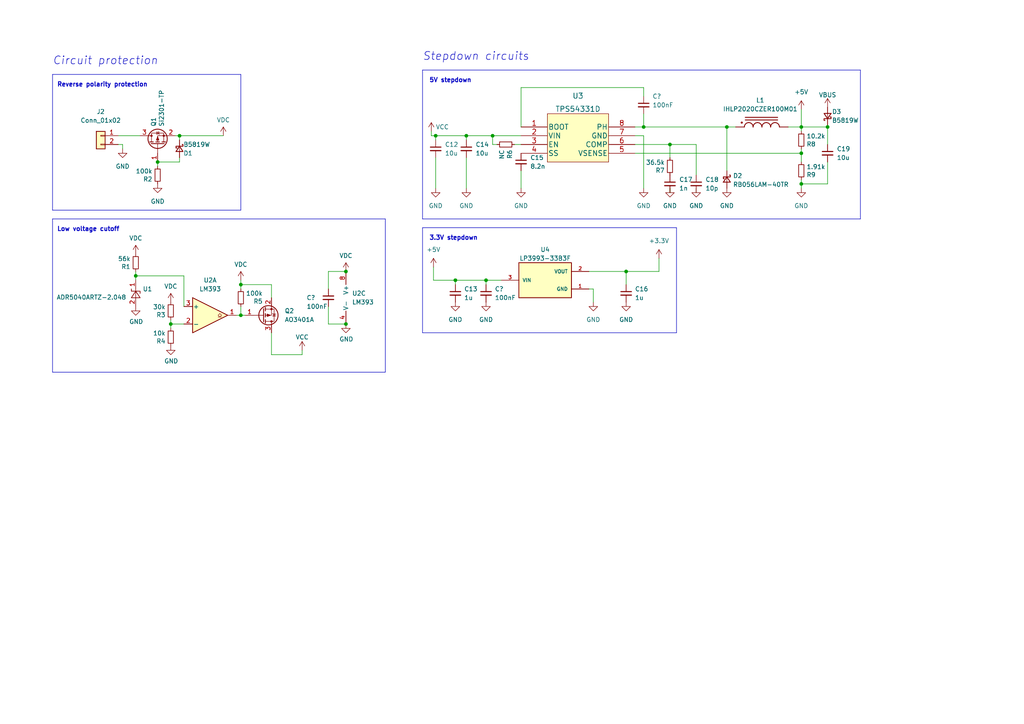
<source format=kicad_sch>
(kicad_sch (version 20230121) (generator eeschema)
  (paper "A4")
  (lib_symbols
    (symbol "+3.3V_1" (power) (pin_names (offset 0))
      (property "Value" "+3.3V_1" (at 0 3.556 0))
      (symbol "+3.3V_1_0_1"
        (polyline (pts (xy -0.762 1.27) (xy 0 2.54)))
        (polyline (pts (xy 0 0) (xy 0 2.54)))
        (polyline (pts (xy 0 2.54) (xy 0.762 1.27)))
      )
      (symbol "+3.3V_1_1_1"
        (pin power_in line (at 0 0 90) (length 0) hide (name "+3.3V") (number "1"))
      )
    )
    (symbol "AP2210N-3.3TRG1:AP2210N-3.3TRG1" (pin_names (offset 1.016))
      (property "Reference" "U" (at -7.3776 5.3424 0))
      (property "Value" "AP2210N-3.3TRG1" (at -7.3722 -6.8637 0))
      (symbol "AP2210N-3.3TRG1_0_0"
        (rectangle (start -7.62 -5.08) (end 7.62 5.08) (stroke (width 0.254)) (fill (type background)))
        (pin power_in line (at 12.7 -2.54 180) (length 5.08) (name "GND") (number "1"))
        (pin output line (at 12.7 2.54 180) (length 5.08) (name "VOUT") (number "2"))
        (pin input line (at -12.7 0 0) (length 5.08) (name "VIN") (number "3"))
      )
    )
    (symbol "Comparator:LM393" (pin_names (offset 0.127))
      (property "Reference" "U" (at 3.81 3.81 0))
      (property "Value" "LM393" (at 6.35 -3.81 0))
      (symbol "LM393_1_1"
        (polyline (pts (xy -5.08 5.08) (xy 5.08 0) (xy -5.08 -5.08) (xy -5.08 5.08)) (stroke (width 0.254)) (fill (type background)))
        (polyline (pts (xy 3.302 -0.508) (xy 2.794 -0.508) (xy 3.302 0) (xy 2.794 0.508) (xy 2.286 0) (xy 2.794 -0.508) (xy 2.286 -0.508)) (stroke (width 0.127)))
        (pin open_collector line (at 7.62 0 180) (length 2.54) (name "~") (number "1"))
        (pin input line (at -7.62 -2.54 0) (length 2.54) (name "-") (number "2"))
        (pin input line (at -7.62 2.54 0) (length 2.54) (name "+") (number "3"))
      )
      (symbol "LM393_2_1"
        (polyline (pts (xy -5.08 5.08) (xy 5.08 0) (xy -5.08 -5.08) (xy -5.08 5.08)) (stroke (width 0.254)) (fill (type background)))
        (polyline (pts (xy 3.302 -0.508) (xy 2.794 -0.508) (xy 3.302 0) (xy 2.794 0.508) (xy 2.286 0) (xy 2.794 -0.508) (xy 2.286 -0.508)) (stroke (width 0.127)))
        (pin input line (at -7.62 2.54 0) (length 2.54) (name "+") (number "5"))
        (pin input line (at -7.62 -2.54 0) (length 2.54) (name "_") (number "6"))
        (pin open_collector line (at 7.62 0 180) (length 2.54) (name "~") (number "7"))
      )
      (symbol "LM393_3_1"
        (pin power_in line (at -2.54 -7.62 90) (length 3.81) (name "V-") (number "4"))
        (pin power_in line (at -2.54 7.62 270) (length 3.81) (name "V+") (number "8"))
      )
    )
    (symbol "Connector_Generic:Conn_01x02" (pin_names (offset 1.016) hide)
      (property "Reference" "J" (at 0 2.54 0))
      (property "Value" "Conn_01x02" (at 0 -5.08 0))
      (symbol "Conn_01x02_1_1"
        (rectangle (start -1.27 -2.413) (end 0 -2.667) (stroke (width 0.1524)))
        (rectangle (start -1.27 0.127) (end 0 -0.127) (stroke (width 0.1524)))
        (rectangle (start -1.27 1.27) (end 1.27 -3.81) (stroke (width 0.254)) (fill (type background)))
        (pin passive line (at -5.08 0 0) (length 3.81) (name "Pin_1") (number "1"))
        (pin passive line (at -5.08 -2.54 0) (length 3.81) (name "Pin_2") (number "2"))
      )
    )
    (symbol "Device:C_Small" (pin_numbers hide) (pin_names (offset 0.254) hide)
      (property "Reference" "C" (at 0.254 1.778 0))
      (property "Value" "C_Small" (at 0.254 -2.032 0))
      (symbol "C_Small_0_1"
        (polyline (pts (xy -1.524 -0.508) (xy 1.524 -0.508)) (stroke (width 0.3302)))
        (polyline (pts (xy -1.524 0.508) (xy 1.524 0.508)) (stroke (width 0.3048)))
      )
      (symbol "C_Small_1_1"
        (pin passive line (at 0 2.54 270) (length 2.032) (name "~") (number "1"))
        (pin passive line (at 0 -2.54 90) (length 2.032) (name "~") (number "2"))
      )
    )
    (symbol "Device:D_Schottky_Small" (pin_numbers hide) (pin_names (offset 0.254) hide)
      (property "Reference" "D" (at -1.27 2.032 0))
      (property "Value" "D_Schottky_Small" (at -7.112 -2.032 0))
      (symbol "D_Schottky_Small_0_1"
        (polyline (pts (xy -0.762 0) (xy 0.762 0)))
        (polyline (pts (xy 0.762 -1.016) (xy -0.762 0) (xy 0.762 1.016) (xy 0.762 -1.016)) (stroke (width 0.254)))
        (polyline (pts (xy -1.27 0.762) (xy -1.27 1.016) (xy -0.762 1.016) (xy -0.762 -1.016) (xy -0.254 -1.016) (xy -0.254 -0.762)) (stroke (width 0.254)))
      )
      (symbol "D_Schottky_Small_1_1"
        (pin passive line (at -2.54 0 0) (length 1.778) (name "K") (number "1"))
        (pin passive line (at 2.54 0 180) (length 1.778) (name "A") (number "2"))
      )
    )
    (symbol "Device:R_Small" (pin_numbers hide) (pin_names (offset 0.254) hide)
      (property "Reference" "R" (at 0.762 0.508 0))
      (property "Value" "R_Small" (at 0.762 -1.016 0))
      (symbol "R_Small_0_1"
        (rectangle (start -0.762 1.778) (end 0.762 -1.778) (stroke (width 0.2032)))
      )
      (symbol "R_Small_1_1"
        (pin passive line (at 0 2.54 270) (length 0.762) (name "~") (number "1"))
        (pin passive line (at 0 -2.54 90) (length 0.762) (name "~") (number "2"))
      )
    )
    (symbol "Reference_Voltage:LM4040DBZ-2.0" (pin_names (offset 0.0254) hide)
      (property "Reference" "U" (at 0 2.54 0))
      (property "Value" "LM4040DBZ-2.0" (at 0 -3.175 0))
      (symbol "LM4040DBZ-2.0_0_1"
        (polyline (pts (xy -1.27 0) (xy 0 0) (xy 1.27 0)))
        (polyline (pts (xy -1.27 -1.27) (xy 0.635 0) (xy -1.27 1.27) (xy -1.27 -1.27)) (stroke (width 0.2032)))
        (polyline (pts (xy 0 -1.27) (xy 0.635 -1.27) (xy 0.635 1.27) (xy 1.27 1.27)) (stroke (width 0.2032)))
      )
      (symbol "LM4040DBZ-2.0_1_1"
        (pin passive line (at 3.81 0 180) (length 2.54) (name "K") (number "1"))
        (pin passive line (at -3.81 0 0) (length 2.54) (name "A") (number "2"))
      )
    )
    (symbol "SRU1048-100Y:SRU1048-100Y" (pin_numbers hide) (pin_names (offset 1.016) hide)
      (property "Reference" "L" (at -5.334 3.81 0))
      (property "Value" "SRU1048-100Y" (at -5.842 -2.54 0))
      (symbol "SRU1048-100Y_0_0"
        (circle (center -5.842 1.27) (radius 0.1524) (stroke (width 0.3048)))
        (arc (start -3.81 1.27) (mid -4.708 0.898) (end -5.08 0) (stroke (width 0.254)))
        (arc (start -2.54 0) (mid -2.912 0.898) (end -3.81 1.27) (stroke (width 0.254)))
        (arc (start -1.27 1.27) (mid -2.168 0.898) (end -2.54 0) (stroke (width 0.254)))
        (arc (start 0 0) (mid -0.372 0.898) (end -1.27 1.27) (stroke (width 0.254)))
        (polyline (pts (xy -4.826 2.032) (xy 4.572 2.032)) (stroke (width 0.254)))
        (polyline (pts (xy -4.826 2.794) (xy 4.572 2.794)) (stroke (width 0.254)))
        (arc (start 1.27 1.27) (mid 0.372 0.898) (end 0 0) (stroke (width 0.254)))
        (arc (start 2.54 0) (mid 2.168 0.898) (end 1.27 1.27) (stroke (width 0.254)))
        (arc (start 3.81 1.27) (mid 2.912 0.898) (end 2.54 0) (stroke (width 0.254)))
        (arc (start 5.08 0) (mid 4.708 0.898) (end 3.81 1.27) (stroke (width 0.254)))
        (pin passive line (at -7.62 0 0) (length 2.54) (name "~") (number "1"))
        (pin passive line (at 7.62 0 180) (length 2.54) (name "~") (number "2"))
      )
    )
    (symbol "TPS54331D:TPS54331D" (pin_names (offset 0.254))
      (property "Reference" "U" (at 33.02 10.16 0))
      (property "Value" "TPS54331D" (at 33.02 7.62 0))
      (symbol "TPS54331D_0_1"
        (rectangle (start 22.86 3.81) (end 40.64 -10.16) (fill (type background)))
      )
      (symbol "TPS54331D_1_1"
        (pin unspecified line (at 15.24 0 0) (length 7.62) (name "BOOT") (number "1"))
        (pin input line (at 15.24 -2.54 0) (length 7.62) (name "VIN") (number "2"))
        (pin unspecified line (at 15.24 -5.08 0) (length 7.62) (name "EN") (number "3"))
        (pin unspecified line (at 15.24 -7.62 0) (length 7.62) (name "SS") (number "4"))
        (pin unspecified line (at 48.26 -7.62 180) (length 7.62) (name "VSENSE") (number "5"))
        (pin output line (at 48.26 -5.08 180) (length 7.62) (name "COMP") (number "6"))
        (pin power_in line (at 48.26 -2.54 180) (length 7.62) (name "GND") (number "7"))
        (pin power_in line (at 48.26 0 180) (length 7.62) (name "PH") (number "8"))
      )
    )
    (symbol "Transistor_FET:AO3401A" (pin_names hide)
      (property "Reference" "Q" (at 5.08 1.905 0))
      (property "Value" "AO3401A" (at 5.08 0 0))
      (symbol "AO3401A_0_1"
        (polyline (pts (xy 0.254 0) (xy -2.54 0)))
        (polyline (pts (xy 0.254 1.905) (xy 0.254 -1.905)) (stroke (width 0.254)))
        (polyline (pts (xy 0.762 -1.27) (xy 0.762 -2.286)) (stroke (width 0.254)))
        (polyline (pts (xy 0.762 0.508) (xy 0.762 -0.508)) (stroke (width 0.254)))
        (polyline (pts (xy 0.762 2.286) (xy 0.762 1.27)) (stroke (width 0.254)))
        (polyline (pts (xy 2.54 2.54) (xy 2.54 1.778)))
        (polyline (pts (xy 2.54 -2.54) (xy 2.54 0) (xy 0.762 0)))
        (polyline (pts (xy 0.762 1.778) (xy 3.302 1.778) (xy 3.302 -1.778) (xy 0.762 -1.778)))
        (polyline (pts (xy 2.286 0) (xy 1.27 0.381) (xy 1.27 -0.381) (xy 2.286 0)) (fill (type outline)))
        (polyline (pts (xy 2.794 -0.508) (xy 2.921 -0.381) (xy 3.683 -0.381) (xy 3.81 -0.254)))
        (polyline (pts (xy 3.302 -0.381) (xy 2.921 0.254) (xy 3.683 0.254) (xy 3.302 -0.381)))
        (circle (center 1.651 0) (radius 2.794) (stroke (width 0.254)))
        (circle (center 2.54 -1.778) (radius 0.254) (fill (type outline)))
        (circle (center 2.54 1.778) (radius 0.254) (fill (type outline)))
      )
      (symbol "AO3401A_1_1"
        (pin input line (at -5.08 0 0) (length 2.54) (name "G") (number "1"))
        (pin passive line (at 2.54 -5.08 90) (length 2.54) (name "S") (number "2"))
        (pin passive line (at 2.54 5.08 270) (length 2.54) (name "D") (number "3"))
      )
    )
    (symbol "Transistor_FET:Si2319CDS" (pin_names hide)
      (property "Reference" "Q" (at 5.08 1.905 0))
      (property "Value" "Si2319CDS" (at 5.08 0 0))
      (symbol "Si2319CDS_0_1"
        (polyline (pts (xy 0.254 0) (xy -2.54 0)))
        (polyline (pts (xy 0.254 1.905) (xy 0.254 -1.905)) (stroke (width 0.254)))
        (polyline (pts (xy 0.762 -1.27) (xy 0.762 -2.286)) (stroke (width 0.254)))
        (polyline (pts (xy 0.762 0.508) (xy 0.762 -0.508)) (stroke (width 0.254)))
        (polyline (pts (xy 0.762 2.286) (xy 0.762 1.27)) (stroke (width 0.254)))
        (polyline (pts (xy 2.54 2.54) (xy 2.54 1.778)))
        (polyline (pts (xy 2.54 -2.54) (xy 2.54 0) (xy 0.762 0)))
        (polyline (pts (xy 0.762 1.778) (xy 3.302 1.778) (xy 3.302 -1.778) (xy 0.762 -1.778)))
        (polyline (pts (xy 2.286 0) (xy 1.27 0.381) (xy 1.27 -0.381) (xy 2.286 0)) (fill (type outline)))
        (polyline (pts (xy 2.794 -0.508) (xy 2.921 -0.381) (xy 3.683 -0.381) (xy 3.81 -0.254)))
        (polyline (pts (xy 3.302 -0.381) (xy 2.921 0.254) (xy 3.683 0.254) (xy 3.302 -0.381)))
        (circle (center 1.651 0) (radius 2.794) (stroke (width 0.254)))
        (circle (center 2.54 -1.778) (radius 0.254) (fill (type outline)))
        (circle (center 2.54 1.778) (radius 0.254) (fill (type outline)))
      )
      (symbol "Si2319CDS_1_1"
        (pin input line (at -5.08 0 0) (length 2.54) (name "G") (number "1"))
        (pin passive line (at 2.54 -5.08 90) (length 2.54) (name "S") (number "2"))
        (pin passive line (at 2.54 5.08 270) (length 2.54) (name "D") (number "3"))
      )
    )
    (symbol "power:+5V" (power) (pin_names (offset 0))
      (property "Value" "+5V" (at 0 3.556 0))
      (symbol "+5V_0_1"
        (polyline (pts (xy -0.762 1.27) (xy 0 2.54)))
        (polyline (pts (xy 0 0) (xy 0 2.54)))
        (polyline (pts (xy 0 2.54) (xy 0.762 1.27)))
      )
      (symbol "+5V_1_1"
        (pin power_in line (at 0 0 90) (length 0) hide (name "+5V") (number "1"))
      )
    )
    (symbol "power:GND" (power) (pin_names (offset 0))
      (property "Value" "GND" (at 0 -3.81 0))
      (symbol "GND_0_1"
        (polyline (pts (xy 0 0) (xy 0 -1.27) (xy 1.27 -1.27) (xy 0 -2.54) (xy -1.27 -1.27) (xy 0 -1.27)))
      )
      (symbol "GND_1_1"
        (pin power_in line (at 0 0 270) (length 0) hide (name "GND") (number "1"))
      )
    )
    (symbol "power:VBUS" (power) (pin_names (offset 0))
      (property "Value" "VBUS" (at 0 3.81 0))
      (symbol "VBUS_0_1"
        (polyline (pts (xy -0.762 1.27) (xy 0 2.54)))
        (polyline (pts (xy 0 0) (xy 0 2.54)))
        (polyline (pts (xy 0 2.54) (xy 0.762 1.27)))
      )
      (symbol "VBUS_1_1"
        (pin power_in line (at 0 0 90) (length 0) hide (name "VBUS") (number "1"))
      )
    )
    (symbol "power:VCC" (power) (pin_names (offset 0))
      (property "Value" "VCC" (at 0 3.81 0))
      (symbol "VCC_0_1"
        (polyline (pts (xy -0.762 1.27) (xy 0 2.54)))
        (polyline (pts (xy 0 0) (xy 0 2.54)))
        (polyline (pts (xy 0 2.54) (xy 0.762 1.27)))
      )
      (symbol "VCC_1_1"
        (pin power_in line (at 0 0 90) (length 0) hide (name "VCC") (number "1"))
      )
    )
    (symbol "power:VDC" (power) (pin_names (offset 0))
      (property "Value" "VDC" (at 0 6.35 0))
      (symbol "VDC_0_1"
        (polyline (pts (xy -0.762 1.27) (xy 0 2.54)))
        (polyline (pts (xy 0 0) (xy 0 2.54)))
        (polyline (pts (xy 0 2.54) (xy 0.762 1.27)))
      )
      (symbol "VDC_1_1"
        (pin power_in line (at 0 0 90) (length 0) hide (name "VDC") (number "1"))
      )
    )
  )
  (junction (at 232.41 44.45))
  (junction (at 181.61 78.74))
  (junction (at 126.365 39.37))
  (junction (at 142.875 39.37))
  (junction (at 45.72 46.99))
  (junction (at 232.41 36.83))
  (junction (at 49.53 93.98))
  (junction (at 240.03 36.83))
  (junction (at 100.33 78.74))
  (junction (at 39.37 80.01))
  (junction (at 52.07 39.37))
  (junction (at 140.97 81.28))
  (junction (at 135.255 39.37))
  (junction (at 69.85 82.55))
  (junction (at 132.08 81.28))
  (junction (at 210.82 36.83))
  (junction (at 194.31 41.91))
  (junction (at 232.41 53.34))
  (junction (at 100.33 93.98))
  (junction (at 186.69 36.83))
  (junction (at 69.85 91.44))
  (wire (pts (xy 132.08 81.28) (xy 140.97 81.28)))
  (wire (pts (xy 45.72 48.26) (xy 45.72 46.99)))
  (wire (pts (xy 186.69 27.94) (xy 186.69 25.4)))
  (polyline (pts (xy 249.555 63.5) (xy 249.555 20.32)))
  (wire (pts (xy 194.31 41.91) (xy 184.15 41.91)))
  (wire (pts (xy 186.69 33.02) (xy 186.69 36.83)))
  (wire (pts (xy 95.25 83.82) (xy 95.25 78.74)))
  (wire (pts (xy 232.41 54.61) (xy 232.41 53.34)))
  (wire (pts (xy 186.69 36.83) (xy 210.82 36.83)))
  (wire (pts (xy 186.69 39.37) (xy 186.69 54.61)))
  (wire (pts (xy 50.8 39.37) (xy 52.07 39.37)))
  (wire (pts (xy 52.07 45.72) (xy 52.07 46.99)))
  (wire (pts (xy 186.69 25.4) (xy 151.13 25.4)))
  (wire (pts (xy 181.61 78.74) (xy 191.135 78.74)))
  (wire (pts (xy 184.15 36.83) (xy 186.69 36.83)))
  (wire (pts (xy 52.07 39.37) (xy 64.77 39.37)))
  (wire (pts (xy 170.815 83.82) (xy 172.085 83.82)))
  (wire (pts (xy 210.82 36.83) (xy 210.82 49.53)))
  (wire (pts (xy 232.41 36.83) (xy 232.41 38.1)))
  (wire (pts (xy 140.97 82.55) (xy 140.97 81.28)))
  (wire (pts (xy 172.085 83.82) (xy 172.085 87.63)))
  (wire (pts (xy 78.74 96.52) (xy 78.74 102.87)))
  (wire (pts (xy 39.37 78.74) (xy 39.37 80.01)))
  (polyline (pts (xy 111.76 107.95) (xy 111.76 63.5)))
  (wire (pts (xy 39.37 80.01) (xy 39.37 81.28)))
  (wire (pts (xy 78.74 82.55) (xy 78.74 86.36)))
  (wire (pts (xy 53.34 88.9) (xy 53.34 80.01)))
  (wire (pts (xy 95.25 78.74) (xy 100.33 78.74)))
  (wire (pts (xy 125.73 81.28) (xy 132.08 81.28)))
  (wire (pts (xy 132.08 81.28) (xy 132.08 82.55)))
  (wire (pts (xy 69.85 82.55) (xy 69.85 83.82)))
  (polyline (pts (xy 15.24 21.59) (xy 69.85 21.59)))
  (wire (pts (xy 35.56 41.91) (xy 35.56 43.18)))
  (wire (pts (xy 201.93 50.8) (xy 201.93 41.91)))
  (wire (pts (xy 232.41 53.34) (xy 240.03 53.34)))
  (wire (pts (xy 135.255 39.37) (xy 142.875 39.37)))
  (polyline (pts (xy 122.555 66.04) (xy 196.215 66.04)))
  (wire (pts (xy 135.255 54.61) (xy 135.255 45.72)))
  (wire (pts (xy 184.15 44.45) (xy 232.41 44.45)))
  (wire (pts (xy 142.875 39.37) (xy 151.13 39.37)))
  (wire (pts (xy 181.61 78.74) (xy 181.61 82.55)))
  (wire (pts (xy 53.34 80.01) (xy 39.37 80.01)))
  (polyline (pts (xy 122.555 96.52) (xy 196.215 96.52)))
  (wire (pts (xy 87.63 102.87) (xy 87.63 101.6)))
  (wire (pts (xy 49.53 93.98) (xy 53.34 93.98)))
  (wire (pts (xy 151.13 54.61) (xy 151.13 49.53)))
  (wire (pts (xy 151.13 25.4) (xy 151.13 36.83)))
  (polyline (pts (xy 122.555 66.04) (xy 122.555 96.52)))
  (wire (pts (xy 240.03 36.83) (xy 240.03 36.195)))
  (wire (pts (xy 191.135 78.74) (xy 191.135 74.93)))
  (wire (pts (xy 240.03 36.83) (xy 240.03 41.91)))
  (wire (pts (xy 145.415 81.28) (xy 140.97 81.28)))
  (wire (pts (xy 135.255 40.64) (xy 135.255 39.37)))
  (wire (pts (xy 232.41 31.75) (xy 232.41 36.83)))
  (wire (pts (xy 240.03 53.34) (xy 240.03 46.99)))
  (wire (pts (xy 149.225 41.91) (xy 151.13 41.91)))
  (polyline (pts (xy 196.215 96.52) (xy 196.215 66.04)))
  (polyline (pts (xy 122.555 63.5) (xy 249.555 63.5)))
  (wire (pts (xy 126.365 39.37) (xy 135.255 39.37)))
  (wire (pts (xy 210.82 36.83) (xy 213.36 36.83)))
  (wire (pts (xy 194.31 54.61) (xy 194.31 55.88)))
  (wire (pts (xy 125.095 38.1) (xy 125.095 39.37)))
  (wire (pts (xy 201.93 55.88) (xy 201.93 54.61)))
  (wire (pts (xy 34.29 39.37) (xy 40.64 39.37)))
  (wire (pts (xy 52.07 40.64) (xy 52.07 39.37)))
  (wire (pts (xy 201.93 41.91) (xy 194.31 41.91)))
  (wire (pts (xy 232.41 53.34) (xy 232.41 52.07)))
  (wire (pts (xy 69.85 82.55) (xy 78.74 82.55)))
  (wire (pts (xy 49.53 92.71) (xy 49.53 93.98)))
  (wire (pts (xy 232.41 44.45) (xy 232.41 46.99)))
  (polyline (pts (xy 122.555 20.32) (xy 122.555 63.5)))
  (polyline (pts (xy 15.24 107.95) (xy 111.76 107.95)))
  (wire (pts (xy 142.875 41.91) (xy 142.875 39.37)))
  (wire (pts (xy 232.41 43.18) (xy 232.41 44.45)))
  (polyline (pts (xy 69.85 60.96) (xy 69.85 21.59)))
  (wire (pts (xy 49.53 93.98) (xy 49.53 95.25)))
  (wire (pts (xy 232.41 36.83) (xy 240.03 36.83)))
  (wire (pts (xy 126.365 40.64) (xy 126.365 39.37)))
  (wire (pts (xy 69.85 81.28) (xy 69.85 82.55)))
  (wire (pts (xy 95.25 93.98) (xy 100.33 93.98)))
  (polyline (pts (xy 122.555 20.32) (xy 249.555 20.32)))
  (wire (pts (xy 125.095 39.37) (xy 126.365 39.37)))
  (wire (pts (xy 125.73 77.47) (xy 125.73 81.28)))
  (wire (pts (xy 194.31 45.72) (xy 194.31 41.91)))
  (polyline (pts (xy 15.24 21.59) (xy 15.24 60.96)))
  (wire (pts (xy 78.74 102.87) (xy 87.63 102.87)))
  (polyline (pts (xy 15.24 60.96) (xy 69.85 60.96)))
  (wire (pts (xy 34.29 41.91) (xy 35.56 41.91)))
  (polyline (pts (xy 15.24 63.5) (xy 111.76 63.5)))
  (wire (pts (xy 95.25 88.9) (xy 95.25 93.98)))
  (wire (pts (xy 228.6 36.83) (xy 232.41 36.83)))
  (wire (pts (xy 170.815 78.74) (xy 181.61 78.74)))
  (wire (pts (xy 184.15 39.37) (xy 186.69 39.37)))
  (wire (pts (xy 144.145 41.91) (xy 142.875 41.91)))
  (wire (pts (xy 69.85 91.44) (xy 69.85 88.9)))
  (wire (pts (xy 69.85 91.44) (xy 71.12 91.44)))
  (wire (pts (xy 52.07 46.99) (xy 45.72 46.99)))
  (polyline (pts (xy 15.24 63.5) (xy 15.24 107.95)))
  (wire (pts (xy 68.58 91.44) (xy 69.85 91.44)))
  (wire (pts (xy 126.365 54.61) (xy 126.365 45.72)))
  (text "Circuit protection" (at 15.24 19.05 0) (effects (font (size 2.3 2.3) italic) (justify left bottom)))
  (text "5V stepdown" (at 124.46 24.13 0) (effects (font (size 1.27 1.27) (thickness 0.254) bold) (justify left bottom)))
  (text "Stepdown circuits" (at 122.555 17.78 0) (effects (font (size 2.3 2.3) italic) (justify left bottom)))
  (text "Reverse polarity protection" (at 16.51 25.4 0) (effects (font (size 1.27 1.27) (thickness 0.254) bold) (justify left bottom)))
  (text "3.3V stepdown" (at 124.46 69.85 0) (effects (font (size 1.27 1.27) (thickness 0.254) bold) (justify left bottom)))
  (text "Low voltage cutoff" (at 16.51 67.31 0) (effects (font (size 1.27 1.27) (thickness 0.254) bold) (justify left bottom)))
  (symbol (lib_id "Device:C_Small") (at 201.93 53.34 0) (unit 1)
    (property "Reference" "C18" (at 204.597 52.0762 0) (effects (justify left)))
    (property "Value" "10p" (at 204.597 54.6162 0) (effects (justify left)))
    (property "Footprint" "Capacitor_SMD:C_0402_1005Metric" (effects hide))
  )
  (symbol (lib_id "power:VCC") (at 125.095 38.1 0) (unit 1)
    (property "Reference" "#PWR020" (effects hide))
    (property "Value" "VCC" (at 126.365 36.83 0) (effects (justify left)))
  )
  (symbol (lib_name "+3.3V_1") (lib_id "power:+3.3V") (at 191.135 74.93 0) (mirror y) (unit 1)
    (property "Reference" "#PWR030" (effects hide))
    (property "Value" "+3.3V" (at 191.135 69.85 0))
  )
  (symbol (lib_id "power:GND") (at 132.08 87.63 0) (mirror y) (unit 1)
    (property "Reference" "#PWR023" (effects hide))
    (property "Value" "GND" (at 132.08 92.71 0))
  )
  (symbol (lib_id "power:VDC") (at 49.53 87.63 0) (unit 1)
    (property "Reference" "#PWR013" (effects hide))
    (property "Value" "VDC" (at 49.53 83.058 0))
  )
  (symbol (lib_id "power:VDC") (at 39.37 73.66 0) (unit 1)
    (property "Reference" "#PWR010" (effects hide))
    (property "Value" "VDC" (at 39.37 69.088 0))
  )
  (symbol (lib_id "power:VDC") (at 64.77 39.37 0) (unit 1)
    (property "Reference" "#PWR015" (effects hide))
    (property "Value" "VDC" (at 64.77 34.798 0))
  )
  (symbol (lib_id "power:+5V") (at 125.73 77.47 0) (mirror y) (unit 1)
    (property "Reference" "#PWR021" (effects hide))
    (property "Value" "+5V" (at 125.73 72.39 0))
  )
  (symbol (lib_id "power:+5V") (at 232.41 31.75 0) (unit 1)
    (property "Reference" "#PWR034" (effects hide))
    (property "Value" "+5V" (at 232.41 26.67 0))
  )
  (symbol (lib_id "Device:D_Schottky_Small") (at 52.07 43.18 270) (unit 1)
    (property "Reference" "D1" (at 55.88 44.45 90) (effects (justify right)))
    (property "Value" "B5819W" (at 60.96 41.91 90) (effects (justify right)))
    (property "Footprint" "Diode_SMD:D_SOD-123" (effects hide))
    (property "LCSC" "C8598" (effects hide))
  )
  (symbol (lib_id "power:GND") (at 194.31 54.61 0) (unit 1)
    (property "Reference" "#PWR031" (effects hide))
    (property "Value" "GND" (at 194.31 59.69 0))
  )
  (symbol (lib_id "AP2210N-3.3TRG1:AP2210N-3.3TRG1") (at 158.115 81.28 0) (unit 1)
    (property "Reference" "U4" (at 158.115 72.39 0))
    (property "Value" "LP3993-33B3F" (at 158.115 74.93 0))
    (property "Footprint" "Package_TO_SOT_SMD:SOT-23" (effects hide))
    (property "Datasheet" "https://jlcpcb.com/partdetail/Lowpower-LP399333B3F/C387705" (effects hide))
    (property "LCSC" "C387705" (effects hide))
  )
  (symbol (lib_id "Device:C_Small") (at 135.255 43.18 0) (unit 1)
    (property "Reference" "C14" (at 137.922 41.9162 0) (effects (justify left)))
    (property "Value" "10u" (at 137.922 44.4562 0) (effects (justify left)))
    (property "Footprint" "Capacitor_SMD:C_0805_2012Metric_Pad1.18x1.45mm_HandSolder" (effects hide))
    (property "LCSC" "C440198" (effects hide))
  )
  (symbol (lib_id "power:GND") (at 45.72 53.34 0) (unit 1)
    (property "Reference" "#PWR012" (effects hide))
    (property "Value" "GND" (at 45.72 58.42 0))
  )
  (symbol (lib_id "Comparator:LM393") (at 60.96 91.44 0) (unit 1)
    (property "Reference" "U2" (at 60.96 81.28 0))
    (property "Value" "LM393" (at 60.96 83.82 0))
    (property "Footprint" "Local Library:SOIC127P600X175-8N" (effects hide))
    (property "Datasheet" "http://www.ti.com/lit/ds/symlink/lm393.pdf" (effects hide))
    (property "LCSC" "C7955" (effects hide))
  )
  (symbol (lib_id "power:VDC") (at 100.33 78.74 0) (unit 1)
    (property "Reference" "#PWR018" (effects hide))
    (property "Value" "VDC" (at 100.33 74.168 0))
  )
  (symbol (lib_id "Device:R_Small") (at 49.53 97.79 180) (unit 1)
    (property "Reference" "R4" (at 48.0314 98.9584 0) (effects (justify left)))
    (property "Value" "10k" (at 48.0314 96.647 0) (effects (justify left)))
    (property "Footprint" "Resistor_SMD:R_0402_1005Metric" (effects hide))
  )
  (symbol (lib_id "Device:C_Small") (at 194.31 53.34 0) (unit 1)
    (property "Reference" "C17" (at 196.977 52.0762 0) (effects (justify left)))
    (property "Value" "1n" (at 196.977 54.6162 0) (effects (justify left)))
    (property "Footprint" "Capacitor_SMD:C_0402_1005Metric" (effects hide))
  )
  (symbol (lib_id "power:VDC") (at 69.85 81.28 0) (unit 1)
    (property "Reference" "#PWR016" (effects hide))
    (property "Value" "VDC" (at 69.85 76.708 0))
  )
  (symbol (lib_id "Device:R_Small") (at 146.685 41.91 270) (unit 1)
    (property "Reference" "R6" (at 147.8534 43.4086 0) (effects (justify left)))
    (property "Value" "NC" (at 145.542 43.4086 0) (effects (justify left)))
    (property "Footprint" "Resistor_SMD:R_0402_1005Metric" (effects hide))
    (property "Datasheet" "https://www.seielect.com/catalog/sei-rmcf_rmcp.pdf" (effects hide))
    (property "MFR#" "RMCF0805FT36K5" (effects hide))
  )
  (symbol (lib_id "power:GND") (at 35.56 43.18 0) (unit 1)
    (property "Reference" "#PWR07" (effects hide))
    (property "Value" "GND" (at 35.56 48.26 0))
  )
  (symbol (lib_id "Device:R_Small") (at 232.41 40.64 0) (mirror x) (unit 1)
    (property "Reference" "R8" (at 233.9086 41.8084 0) (effects (justify left)))
    (property "Value" "10.2k" (at 233.9086 39.497 0) (effects (justify left)))
    (property "Footprint" "Resistor_SMD:R_0603_1608Metric" (effects hide))
    (property "Datasheet" "https://www.seielect.com/catalog/sei-rmcf_rmcp.pdf" (effects hide))
    (property "LCSC" "C234238" (effects hide))
  )
  (symbol (lib_id "power:GND") (at 135.255 54.61 0) (unit 1)
    (property "Reference" "#PWR024" (effects hide))
    (property "Value" "GND" (at 135.255 59.69 0))
  )
  (symbol (lib_id "power:GND") (at 210.82 54.61 0) (unit 1)
    (property "Reference" "#PWR033" (effects hide))
    (property "Value" "GND" (at 210.82 59.69 0))
  )
  (symbol (lib_id "Device:R_Small") (at 69.85 86.36 180) (unit 1)
    (property "Reference" "R5" (at 76.2 87.4014 0) (effects (justify left)))
    (property "Value" "100k" (at 76.2 85.09 0) (effects (justify left)))
    (property "Footprint" "Resistor_SMD:R_0402_1005Metric" (effects hide))
  )
  (symbol (lib_id "Device:R_Small") (at 39.37 76.2 180) (unit 1)
    (property "Reference" "R1" (at 37.8714 77.3684 0) (effects (justify left)))
    (property "Value" "56k" (at 37.8714 75.057 0) (effects (justify left)))
    (property "Footprint" "Resistor_SMD:R_0402_1005Metric" (effects hide))
  )
  (symbol (lib_id "Reference_Voltage:LM4040DBZ-2.0") (at 39.37 85.09 90) (unit 1)
    (property "Reference" "U1" (at 41.402 83.8199 90) (effects (justify right)))
    (property "Value" "ADR5040ARTZ-2.048" (at 16.383 86.233 90) (effects (justify right)))
    (property "Footprint" "Package_TO_SOT_SMD:SOT-23" (effects hide))
    (property "Datasheet" "http://www.analog.com/static/imported-files/data_sheets/ADR5040_5041_5043_5044_5045.pdf" (effects hide))
    (property "LCSC" "C144273" (effects hide))
  )
  (symbol (lib_id "Device:C_Small") (at 181.61 85.09 0) (mirror y) (unit 1)
    (property "Reference" "C16" (at 184.15 83.8262 0) (effects (justify right)))
    (property "Value" "1u" (at 184.15 86.3662 0) (effects (justify right)))
    (property "Footprint" "Capacitor_SMD:C_0402_1005Metric" (effects hide))
  )
  (symbol (lib_id "power:GND") (at 126.365 54.61 0) (unit 1)
    (property "Reference" "#PWR022" (effects hide))
    (property "Value" "GND" (at 126.365 59.69 0))
  )
  (symbol (lib_id "Device:C_Small") (at 140.97 85.09 0) (unit 1)
    (property "Reference" "C?" (at 143.51 83.82 0) (effects (justify left)))
    (property "Value" "100nF" (at 143.51 86.36 0) (effects (justify left)))
    (property "Footprint" "Capacitor_SMD:C_0603_1608Metric" (effects hide))
    (instances (project "neptune" (path "" (reference "C?") (unit 1)) (path "" (reference "C4") (unit 1)) (path "" (reference "C6") (unit 1))))
  )
  (symbol (lib_id "Device:C_Small") (at 186.69 30.48 0) (unit 1)
    (property "Reference" "C?" (at 189.23 27.94 0) (effects (justify left)))
    (property "Value" "100nF" (at 189.23 30.48 0) (effects (justify left)))
    (property "Footprint" "Capacitor_SMD:C_0603_1608Metric" (effects hide))
    (instances (project "neptune" (path "" (reference "C?") (unit 1)) (path "" (reference "C4") (unit 1)) (path "" (reference "C8") (unit 1))))
  )
  (symbol (lib_id "Device:C_Small") (at 151.13 46.99 0) (unit 1)
    (property "Reference" "C15" (at 153.797 45.7262 0) (effects (justify left)))
    (property "Value" "8.2n" (at 153.797 48.2662 0) (effects (justify left)))
    (property "Footprint" "Capacitor_SMD:C_0402_1005Metric" (effects hide))
    (property "LCSC" "C45186" (effects hide))
  )
  (symbol (lib_id "power:GND") (at 49.53 100.33 0) (unit 1)
    (property "Reference" "#PWR014" (effects hide))
    (property "Value" "GND" (at 49.657 104.7242 0))
  )
  (symbol (lib_id "Device:R_Small") (at 45.72 50.8 180) (unit 1)
    (property "Reference" "R2" (at 44.2214 51.9684 0) (effects (justify left)))
    (property "Value" "100k" (at 44.2214 49.657 0) (effects (justify left)))
    (property "Footprint" "Resistor_SMD:R_0402_1005Metric" (effects hide))
  )
  (symbol (lib_id "power:GND") (at 172.085 87.63 0) (unit 1)
    (property "Reference" "#PWR027" (effects hide))
    (property "Value" "GND" (at 172.085 92.71 0))
  )
  (symbol (lib_id "power:GND") (at 232.41 54.61 0) (unit 1)
    (property "Reference" "#PWR035" (effects hide))
    (property "Value" "GND" (at 232.41 59.69 0))
  )
  (symbol (lib_id "Device:C_Small") (at 126.365 43.18 0) (unit 1)
    (property "Reference" "C12" (at 129.032 41.9162 0) (effects (justify left)))
    (property "Value" "10u" (at 129.032 44.4562 0) (effects (justify left)))
    (property "Footprint" "Capacitor_SMD:C_0805_2012Metric_Pad1.18x1.45mm_HandSolder" (effects hide))
    (property "LCSC" "C440198" (effects hide))
  )
  (symbol (lib_id "power:GND") (at 151.13 54.61 0) (unit 1)
    (property "Reference" "#PWR026" (effects hide))
    (property "Value" "GND" (at 151.13 59.69 0))
  )
  (symbol (lib_id "Device:C_Small") (at 95.25 86.36 0) (unit 1)
    (property "Reference" "C?" (at 88.9 86.36 0) (effects (justify left)))
    (property "Value" "100nF" (at 88.9 88.9 0) (effects (justify left)))
    (property "Footprint" "Capacitor_SMD:C_0603_1608Metric" (effects hide))
    (instances (project "neptune" (path "" (reference "C?") (unit 1)) (path "" (reference "C4") (unit 1)) (path "" (reference "C7") (unit 1))))
  )
  (symbol (lib_id "power:GND") (at 100.33 93.98 0) (unit 1)
    (property "Reference" "#PWR019" (effects hide))
    (property "Value" "GND" (at 100.457 98.3742 0))
  )
  (symbol (lib_id "Comparator:LM393") (at 102.87 86.36 0) (unit 3)
    (property "Reference" "U2" (at 102.108 85.0899 0) (effects (justify left)))
    (property "Value" "LM393" (at 102.108 87.6299 0) (effects (justify left)))
    (property "Footprint" "Local Library:SOIC127P600X175-8N" (effects hide))
    (property "Datasheet" "http://www.ti.com/lit/ds/symlink/lm393.pdf" (effects hide))
    (property "LCSC" "C7955" (effects hide))
  )
  (symbol (lib_id "Device:R_Small") (at 194.31 48.26 180) (unit 1)
    (property "Reference" "R7" (at 192.8114 49.4284 0) (effects (justify left)))
    (property "Value" "36.5k" (at 192.8114 47.117 0) (effects (justify left)))
    (property "Footprint" "Resistor_SMD:R_0402_1005Metric" (effects hide))
    (property "Datasheet" "https://www.seielect.com/catalog/sei-rmcf_rmcp.pdf" (effects hide))
    (property "LCSC" "C162860" (effects hide))
  )
  (symbol (lib_id "Device:D_Schottky_Small") (at 240.03 33.655 90) (unit 1)
    (property "Reference" "D3" (at 241.3 32.385 90) (effects (justify right)))
    (property "Value" "B5819W" (at 241.3 34.925 90) (effects (justify right)))
    (property "Footprint" "Diode_SMD:D_SOD-123" (effects hide))
    (property "LCSC" "C8598" (effects hide))
  )
  (symbol (lib_id "Device:R_Small") (at 49.53 90.17 180) (unit 1)
    (property "Reference" "R3" (at 48.0314 91.3384 0) (effects (justify left)))
    (property "Value" "30k" (at 48.0314 89.027 0) (effects (justify left)))
    (property "Footprint" "Resistor_SMD:R_0402_1005Metric" (effects hide))
  )
  (symbol (lib_id "power:GND") (at 140.97 87.63 0) (mirror y) (unit 1)
    (property "Reference" "#PWR025" (effects hide))
    (property "Value" "GND" (at 140.97 92.71 0))
  )
  (symbol (lib_id "Device:D_Schottky_Small") (at 210.82 52.07 270) (unit 1)
    (property "Reference" "D2" (at 212.598 50.9813 90) (effects (justify left)))
    (property "Value" "RB056LAM-40TR" (at 212.598 53.5182 90) (effects (justify left)))
    (property "Footprint" "Diode_SMD:D_SMA" (effects hide))
    (property "Datasheet" "https://fscdn.rohm.com/en/products/databook/datasheet/discrete/diode/schottky_barrier/rb056lam-40tr-e.pdf" (effects hide))
    (property "LCSC" "C308719" (effects hide))
  )
  (symbol (lib_id "SRU1048-100Y:SRU1048-100Y") (at 220.98 36.83 0) (unit 1)
    (property "Reference" "L1" (at 220.5101 29.083 0))
    (property "Value" "IHLP2020CZER100M01" (at 220.5101 31.623 0))
    (property "Footprint" "Local Library:IHLP2020CZER100M01" (effects hide))
    (property "Datasheet" "https://datasheet.lcsc.com/lcsc/2205091530_Vishay-Intertech-IHLP2020CZER100M01_C844996.pdf" (effects hide))
    (property "LCSC" "C844996" (effects hide))
  )
  (symbol (lib_id "Device:R_Small") (at 232.41 49.53 0) (mirror x) (unit 1)
    (property "Reference" "R9" (at 233.9086 50.6984 0) (effects (justify left)))
    (property "Value" "1.91k" (at 233.9086 48.387 0) (effects (justify left)))
    (property "Footprint" "Resistor_SMD:R_0603_1608Metric" (effects hide))
    (property "LCSC" "C217858" (effects hide))
  )
  (symbol (lib_id "power:GND") (at 39.37 88.9 0) (unit 1)
    (property "Reference" "#PWR011" (effects hide))
    (property "Value" "GND" (at 39.497 93.2942 0))
  )
  (symbol (lib_id "power:GND") (at 201.93 54.61 0) (unit 1)
    (property "Reference" "#PWR032" (effects hide))
    (property "Value" "GND" (at 201.93 59.69 0))
  )
  (symbol (lib_id "Transistor_FET:Si2319CDS") (at 45.72 41.91 90) (unit 1)
    (property "Reference" "Q1" (at 44.5516 36.7284 0) (effects (justify left)))
    (property "Value" "Si2301-TP" (at 46.863 36.7284 0) (effects (justify left)))
    (property "Footprint" "Package_TO_SOT_SMD:SOT-23" (effects hide))
    (property "Datasheet" "https://www.mccsemi.com/pdf/Products/SI2301(SOT-23).pdf" (effects hide))
    (property "LCSC" "C10487" (effects hide))
  )
  (symbol (lib_id "Device:C_Small") (at 132.08 85.09 0) (mirror y) (unit 1)
    (property "Reference" "C13" (at 134.62 83.8262 0) (effects (justify right)))
    (property "Value" "1u" (at 134.62 86.3662 0) (effects (justify right)))
    (property "Footprint" "Capacitor_SMD:C_0402_1005Metric" (effects hide))
  )
  (symbol (lib_id "power:VBUS") (at 240.03 31.115 0) (unit 1)
    (property "Reference" "#PWR036" (effects hide))
    (property "Value" "VBUS" (at 240.03 27.5392 0))
  )
  (symbol (lib_id "Device:C_Small") (at 240.03 44.45 0) (unit 1)
    (property "Reference" "C19" (at 242.697 43.1862 0) (effects (justify left)))
    (property "Value" "10u" (at 242.697 45.7262 0) (effects (justify left)))
    (property "Footprint" "Capacitor_SMD:C_0603_1608Metric" (effects hide))
    (property "LCSC" "C19702" (effects hide))
  )
  (symbol (lib_id "power:GND") (at 181.61 87.63 0) (mirror y) (unit 1)
    (property "Reference" "#PWR028" (effects hide))
    (property "Value" "GND" (at 181.61 92.71 0))
  )
  (symbol (lib_id "Connector_Generic:Conn_01x02") (at 29.21 39.37 0) (mirror y) (unit 1)
    (property "Reference" "J2" (at 29.21 32.385 0))
    (property "Value" "Conn_01x02" (at 29.21 34.925 0))
    (property "Footprint" "Local Library:XT30PWM" (effects hide))
  )
  (symbol (lib_id "Transistor_FET:AO3401A") (at 76.2 91.44 0) (mirror x) (unit 1)
    (property "Reference" "Q2" (at 82.55 90.1699 0) (effects (justify left)))
    (property "Value" "AO3401A" (at 82.55 92.7099 0) (effects (justify left)))
    (property "Footprint" "Package_TO_SOT_SMD:SOT-23" (effects hide))
    (property "Datasheet" "http://www.aosmd.com/pdfs/datasheet/AO3401A.pdf" (effects hide))
    (property "LCSC" "C15127" (effects hide))
  )
  (symbol (lib_id "power:VCC") (at 87.63 101.6 0) (unit 1)
    (property "Reference" "#PWR017" (effects hide))
    (property "Value" "VCC" (at 87.63 97.79 0))
  )
  (symbol (lib_id "power:GND") (at 186.69 54.61 0) (unit 1)
    (property "Reference" "#PWR029" (effects hide))
    (property "Value" "GND" (at 186.69 59.69 0))
  )
  (symbol (lib_id "TPS54331D:TPS54331D") (at 135.89 36.83 0) (unit 1)
    (property "Reference" "U3" (at 167.64 27.813 0) (effects (font (size 1.524 1.524))))
    (property "Value" "TPS54331D" (at 167.64 31.623 0) (effects (font (size 1.524 1.524))))
    (property "Footprint" "Package_SO:SOIC-8-1EP_3.9x4.9mm_P1.27mm_EP2.29x3mm_ThermalVias" (effects hide))
    (property "Datasheet" "https://www.ti.com/general/docs/suppproductinfo.tsp?distId=10&gotoUrl=https%3A%2F%2Fwww.ti.com%2Flit%2Fgpn%2Ftps54331" (effects hide))
    (property "LCSC" "C9865" (effects hide))
  )
)
</source>
